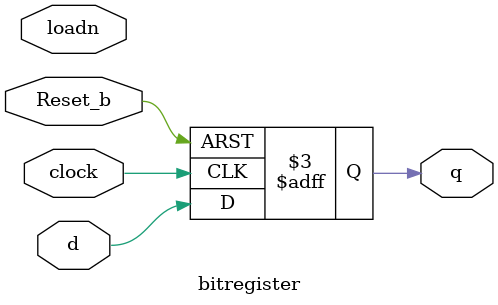
<source format=v>
module main(CLOCK_50, LEDR, SW, KEY);
input CLOCK_50;
input [2:0] SW;
input [1:0] KEY;
output [0:0] LEDR;

wire clockRed;
wire [13:0] whole;
wire [13:0] code;

letterselect ls(.select(SW[2:0]), .activate(KEY[1]), .code(code[13:0]));


LSLeft s0(.letter(code[13:0]), .clock(CLOCK_50), .load(KEY[1]), .reset(KEY[0]), .out(LEDR[0]), .pass(whole[13:0]), .clockOut(clockRed));


endmodule


module letterselect(select, activate, code);
input [2:0] select;
input activate;
output reg [13:0] code;

always@(negedge activate)
begin
	case(select)
		3'b000 : code = 14'b01010100000000;
		3'b001 : code = 14'b01110000000000;
		3'b010 : code = 14'b01010111000000;
		3'b011 : code = 14'b01010101110000;
		3'b100 : code = 14'b01011101110000;
		3'b101 : code = 14'b01110101011100;
		3'b110 : code = 14'b01110101110111;
		3'b111 : code = 14'b01110111010100;
		default: code = 14'b00000000000000;
	endcase
end

endmodule


module clock2(clock, reset, clockOut);
input clock, reset;
reg [23:0] q;

output reg clockOut;

always@(posedge clock or negedge reset)
begin
	if(reset == 0)
	begin
		q<=0;
		clockOut <= 0;
	end
	else if(q == 24'b10111110101111000010000)
	begin
		q<=0;
		clockOut <= clockOut + 1;
	end
	else
		q <= q + 1;
end

endmodule


module LSLeft(letter, clock, load, reset, out, pass, clockOut);
input [13:0] letter;

input reset, clock, load;
output out;

output clockOut;

output [13:0] pass;

clock2 c0(.clock(clock), .reset(reset), .clockOut(clockOut));


shift s0(.clock(clockOut), .reset(reset), .loadn(load), .InR(0), .d(letter[0]), .Out(pass[0]));
shift s1(.clock(clockOut), .reset(reset), .loadn(load), .InR(pass[0]), .d(letter[1]), .Out(pass[1]));
shift s2(.clock(clockOut), .reset(reset), .loadn(load), .InR(pass[1]), .d(letter[2]), .Out(pass[2]));
shift s3(.clock(clockOut), .reset(reset), .loadn(load), .InR(pass[2]), .d(letter[3]), .Out(pass[3]));
shift s4(.clock(clockOut), .reset(reset), .loadn(load), .InR(pass[3]), .d(letter[4]), .Out(pass[4]));
shift s5(.clock(clockOut), .reset(reset), .loadn(load), .InR(pass[4]), .d(letter[5]), .Out(pass[5]));
shift s6(.clock(clockOut), .reset(reset), .loadn(load), .InR(pass[5]), .d(letter[6]), .Out(pass[6]));
shift s7(.clock(clockOut), .reset(reset), .loadn(load), .InR(pass[6]), .d(letter[7]), .Out(pass[7]));
shift s8(.clock(clockOut), .reset(reset), .loadn(load), .InR(pass[7]), .d(letter[8]), .Out(pass[8]));
shift s9(.clock(clockOut), .reset(reset), .loadn(load), .InR(pass[8]), .d(letter[9]), .Out(pass[9]));
shift s10(.clock(clockOut), .reset(reset), .loadn(load), .InR(pass[9]), .d(letter[10]), .Out(pass[10]));
shift s11(.clock(clockOut), .reset(reset), .loadn(load), .InR(pass[10]), .d(letter[11]), .Out(pass[11]));
shift s12(.clock(clockOut), .reset(reset), .loadn(load), .InR(pass[11]), .d(letter[12]), .Out(pass[12]));
shift s13(.clock(clockOut), .reset(reset), .loadn(load), .InR(pass[12]), .d(letter[13]), .Out(out));





endmodule


module shift(clock, reset, loadn, InR, d, Out);
input clock;
input reset;
input loadn;
input InR, d;
output Out;

wire temp1;

mux2to1 m2(.y(InR), .x(d), .s(loadn), .m(temp1));
bitregister b1(.clock(clock), .Reset_b(reset), .loadn(loadn), .d(temp1), .q(Out));

endmodule


module mux2to1(x, y, s, m);
    input x; //select 0
    input y; //select 1
    input s; //select signal
    output m; //output
  
    assign m = s ? y : x;

endmodule


module bitregister(clock, Reset_b, loadn, d, q);

	input clock;
	input Reset_b;
	input d;
	input loadn;
	output reg q;

	always@(posedge clock or negedge Reset_b)
	begin
		if(Reset_b == 1'b0)
			q<=0;
		else
			q<=d;
	end

endmodule
</source>
